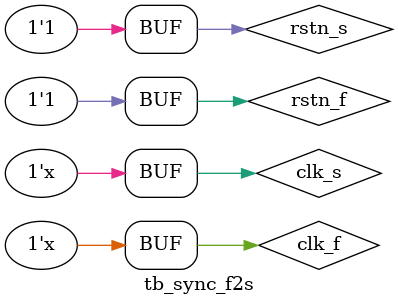
<source format=v>
`timescale 1ns/1ns
`define HALF_PERIOD_CLK_S 18
`define HALF_PERIOD_CLK_F 5

module tb_sync_f2s;

    reg         clk_f       ;
    reg         rstn_f      ;
    reg         clk_s       ;
    reg         rstn_s      ;
    wire        rd_en_i     ;
    wire        rd_en_o     ;

    reg [31:0]  dat_i = 32'b01000000010000010100010101000100;

    assign      rd_en_i = dat_i[31];

    sync_f2s sync_f2s(
        .clk_f      (clk_f      ),
        .rstn_f     (rstn_f     ),
        .clk_s      (clk_s      ),
        .rstn_s     (rstn_s     ),
        .rd_en_i    (rd_en_i    ),
        .rd_en_o    (rd_en_o    )
    );

    initial begin
        clk_s = 1'b0;
        clk_f = 1'b0;
    end

    always #(`HALF_PERIOD_CLK_S) clk_s = ~clk_s;
    always #(`HALF_PERIOD_CLK_F) clk_f = ~clk_f;

    initial begin
        rstn_s = 1'b0;
        rstn_f = 1'b0;
        #21;
        rstn_s = 1'b1;
        rstn_f = 1'b1;
    end

    always @(posedge clk_f or negedge rstn_f) begin
        if(~rstn_f) begin
            dat_i[31] <= 1'b0;
        end
        else begin
            dat_i <= dat_i << 1;
        end
    end

endmodule
</source>
